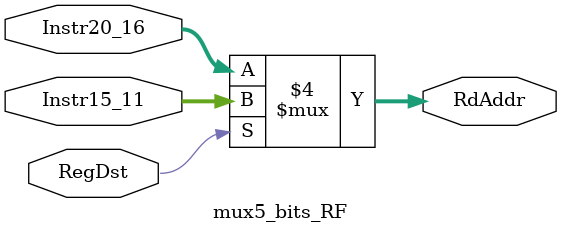
<source format=v>
module mux5_bits_RF(
	// Outputs
	output reg [4:0]RdAddr,
	// Inputs
	input wire [4:0]Instr20_16, Instr15_11,
	input wire RegDst
);

	always @ (*)
	begin 
		if (RegDst == 1)RdAddr <= Instr15_11;
		else RdAddr <= Instr20_16;
	end
	
endmodule

</source>
